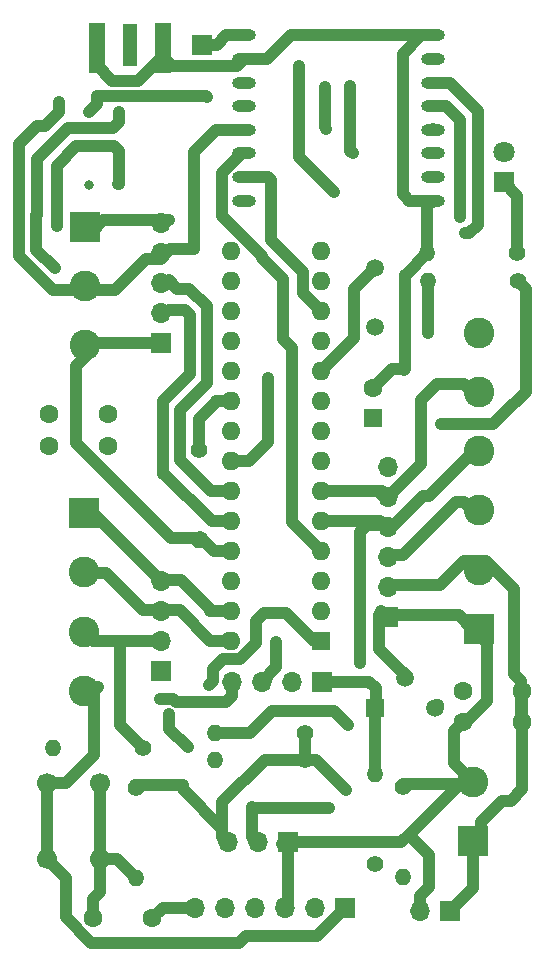
<source format=gbr>
%TF.GenerationSoftware,KiCad,Pcbnew,5.0.2-bee76a0~70~ubuntu18.04.1*%
%TF.CreationDate,2021-01-16T21:04:08-05:00*%
%TF.ProjectId,dippy,64697070-792e-46b6-9963-61645f706362,rev?*%
%TF.SameCoordinates,Original*%
%TF.FileFunction,Copper,L1,Top*%
%TF.FilePolarity,Positive*%
%FSLAX46Y46*%
G04 Gerber Fmt 4.6, Leading zero omitted, Abs format (unit mm)*
G04 Created by KiCad (PCBNEW 5.0.2-bee76a0~70~ubuntu18.04.1) date Sat 16 Jan 2021 09:04:08 PM EST*
%MOMM*%
%LPD*%
G01*
G04 APERTURE LIST*
%TA.AperFunction,ComponentPad*%
%ADD10O,1.700000X1.700000*%
%TD*%
%TA.AperFunction,ComponentPad*%
%ADD11R,1.700000X1.700000*%
%TD*%
%TA.AperFunction,ComponentPad*%
%ADD12C,2.600000*%
%TD*%
%TA.AperFunction,ComponentPad*%
%ADD13R,2.600000X2.600000*%
%TD*%
%TA.AperFunction,ComponentPad*%
%ADD14C,1.500000*%
%TD*%
%TA.AperFunction,ComponentPad*%
%ADD15O,1.400000X1.400000*%
%TD*%
%TA.AperFunction,ComponentPad*%
%ADD16C,1.400000*%
%TD*%
%TA.AperFunction,ComponentPad*%
%ADD17C,1.600000*%
%TD*%
%TA.AperFunction,ComponentPad*%
%ADD18R,1.800000X1.800000*%
%TD*%
%TA.AperFunction,ComponentPad*%
%ADD19C,1.800000*%
%TD*%
%TA.AperFunction,ComponentPad*%
%ADD20R,1.500000X1.500000*%
%TD*%
%TA.AperFunction,SMDPad,CuDef*%
%ADD21O,2.000000X1.000000*%
%TD*%
%TA.AperFunction,ComponentPad*%
%ADD22O,1.600000X1.600000*%
%TD*%
%TA.AperFunction,ComponentPad*%
%ADD23R,1.600000X1.600000*%
%TD*%
%TA.AperFunction,ComponentPad*%
%ADD24C,1.700000*%
%TD*%
%TA.AperFunction,SMDPad,CuDef*%
%ADD25R,1.270000X3.600000*%
%TD*%
%TA.AperFunction,SMDPad,CuDef*%
%ADD26R,1.350000X4.200000*%
%TD*%
%TA.AperFunction,ViaPad*%
%ADD27C,0.800000*%
%TD*%
%TA.AperFunction,Conductor*%
%ADD28C,1.000000*%
%TD*%
G04 APERTURE END LIST*
D10*
%TO.P,J12,2*%
%TO.N,VIN*%
X-96106000Y-73719000D03*
D11*
%TO.P,J12,1*%
%TO.N,GND*%
X-93566000Y-73719000D03*
%TD*%
%TO.P,J11,1*%
%TO.N,GND*%
X-104450000Y-54325000D03*
D10*
%TO.P,J11,2*%
%TO.N,VCC*%
X-106990000Y-54325000D03*
%TO.P,J11,3*%
%TO.N,A5*%
X-109530000Y-54325000D03*
%TO.P,J11,4*%
%TO.N,A4*%
X-112070000Y-54325000D03*
%TD*%
%TO.P,J10,6*%
%TO.N,D5*%
X-98830000Y-36140000D03*
%TO.P,J10,5*%
%TO.N,D4*%
X-98830000Y-38680000D03*
%TO.P,J10,4*%
%TO.N,D3*%
X-98830000Y-41220000D03*
%TO.P,J10,3*%
%TO.N,VCC*%
X-98830000Y-43760000D03*
%TO.P,J10,2*%
%TO.N,GND*%
X-98830000Y-46300000D03*
D11*
%TO.P,J10,1*%
%TO.N,VIN*%
X-98830000Y-48840000D03*
%TD*%
D12*
%TO.P,J3,6*%
%TO.N,D5*%
X-91110000Y-24810000D03*
%TO.P,J3,5*%
%TO.N,D4*%
X-91110000Y-29810000D03*
%TO.P,J3,4*%
%TO.N,D3*%
X-91110000Y-34810000D03*
%TO.P,J3,3*%
%TO.N,VCC*%
X-91110000Y-39810000D03*
%TO.P,J3,2*%
%TO.N,GND*%
X-91110000Y-44810000D03*
D13*
%TO.P,J3,1*%
%TO.N,VIN*%
X-91110000Y-49810000D03*
%TD*%
D14*
%TO.P,Y1,2*%
%TO.N,Net-(U1-Pad10)*%
X-99925000Y-19275000D03*
%TO.P,Y1,1*%
%TO.N,Net-(U1-Pad9)*%
X-99925000Y-24275000D03*
%TD*%
D10*
%TO.P,J7,5*%
%TO.N,GND*%
X-118030000Y-15470000D03*
%TO.P,J7,4*%
%TO.N,VCC*%
X-118030000Y-18010000D03*
%TO.P,J7,3*%
%TO.N,A0*%
X-118030000Y-20550000D03*
%TO.P,J7,2*%
%TO.N,A1*%
X-118030000Y-23090000D03*
D11*
%TO.P,J7,1*%
%TO.N,A2*%
X-118030000Y-25630000D03*
%TD*%
D15*
%TO.P,R9,2*%
%TO.N,D3*%
X-113495000Y-58650000D03*
D16*
%TO.P,R9,1*%
%TO.N,VCC*%
X-105875000Y-58650000D03*
%TD*%
D17*
%TO.P,C3,2*%
%TO.N,GND*%
X-127525000Y-34375000D03*
%TO.P,C3,1*%
%TO.N,Net-(C3-Pad1)*%
X-122525000Y-34375000D03*
%TD*%
D15*
%TO.P,R8,2*%
%TO.N,A5*%
X-113470000Y-60925000D03*
D16*
%TO.P,R8,1*%
%TO.N,VCC*%
X-105850000Y-60925000D03*
%TD*%
D15*
%TO.P,R7,2*%
%TO.N,A4*%
X-127220000Y-59900000D03*
D16*
%TO.P,R7,1*%
%TO.N,VCC*%
X-119600000Y-59900000D03*
%TD*%
%TO.P,R6,1*%
%TO.N,Net-(LED1-Pad1)*%
X-87875000Y-18025000D03*
D15*
%TO.P,R6,2*%
%TO.N,GND*%
X-95495000Y-18025000D03*
%TD*%
%TO.P,R5,2*%
%TO.N,GND*%
X-99930000Y-62130000D03*
D16*
%TO.P,R5,1*%
%TO.N,A3*%
X-99930000Y-69750000D03*
%TD*%
D15*
%TO.P,R4,2*%
%TO.N,A3*%
X-97580000Y-70870000D03*
D16*
%TO.P,R4,1*%
%TO.N,VIN*%
X-97580000Y-63250000D03*
%TD*%
%TO.P,R3,1*%
%TO.N,VCC*%
X-87850000Y-20375000D03*
D15*
%TO.P,R3,2*%
%TO.N,D4*%
X-95470000Y-20375000D03*
%TD*%
%TO.P,R2,2*%
%TO.N,A2*%
X-114850000Y-42270000D03*
D16*
%TO.P,R2,1*%
%TO.N,VCC*%
X-114850000Y-34650000D03*
%TD*%
D15*
%TO.P,R1,2*%
%TO.N,RST*%
X-120200000Y-70945000D03*
D16*
%TO.P,R1,1*%
%TO.N,VCC*%
X-120200000Y-63325000D03*
%TD*%
D17*
%TO.P,C6,2*%
%TO.N,GND*%
X-127500000Y-31675000D03*
%TO.P,C6,1*%
%TO.N,A3*%
X-122500000Y-31675000D03*
%TD*%
%TO.P,C4,2*%
%TO.N,GND*%
X-87450000Y-55110000D03*
%TO.P,C4,1*%
%TO.N,VCC*%
X-92450000Y-55110000D03*
%TD*%
%TO.P,C2,2*%
%TO.N,GND*%
X-87450000Y-57700000D03*
%TO.P,C2,1*%
%TO.N,VIN*%
X-92450000Y-57700000D03*
%TD*%
%TO.P,C1,2*%
%TO.N,Net-(C1-Pad2)*%
X-118825000Y-74350000D03*
%TO.P,C1,1*%
%TO.N,RST*%
X-123825000Y-74350000D03*
%TD*%
D18*
%TO.P,LED1,1*%
%TO.N,Net-(LED1-Pad1)*%
X-89025000Y-12025000D03*
D19*
%TO.P,LED1,2*%
%TO.N,A0*%
X-89025000Y-9485000D03*
%TD*%
D20*
%TO.P,U3,1*%
%TO.N,GND*%
X-99890000Y-56500000D03*
D14*
%TO.P,U3,3*%
%TO.N,VCC*%
X-94810000Y-56500000D03*
%TO.P,U3,2*%
%TO.N,VIN*%
X-97350000Y-53960000D03*
%TD*%
D21*
%TO.P,U2,16*%
%TO.N,N/C*%
X-111026000Y-13575000D03*
%TO.P,U2,15*%
%TO.N,D6*%
X-111026000Y-11575000D03*
%TO.P,U2,14*%
%TO.N,D2*%
X-111026000Y-9575000D03*
%TO.P,U2,13*%
%TO.N,VCC*%
X-111026000Y-7575000D03*
%TO.P,U2,12*%
%TO.N,N/C*%
X-111026000Y-5575000D03*
%TO.P,U2,11*%
X-111026000Y-3575000D03*
%TO.P,U2,10*%
%TO.N,GND*%
X-111026000Y-1575000D03*
%TO.P,U2,9*%
%TO.N,Net-(AT1-Pad1)*%
X-111026000Y425000D03*
%TO.P,U2,8*%
%TO.N,GND*%
X-95026000Y425000D03*
%TO.P,U2,7*%
%TO.N,N/C*%
X-95026000Y-1575000D03*
%TO.P,U2,6*%
%TO.N,D7*%
X-95026000Y-3575000D03*
%TO.P,U2,5*%
%TO.N,D8*%
X-95026000Y-5575000D03*
%TO.P,U2,4*%
%TO.N,SCK*%
X-95026000Y-7575000D03*
%TO.P,U2,3*%
%TO.N,MOSI*%
X-95026000Y-9575000D03*
%TO.P,U2,2*%
%TO.N,MISO*%
X-95026000Y-11575000D03*
%TO.P,U2,1*%
%TO.N,GND*%
X-95026000Y-13575000D03*
%TD*%
D22*
%TO.P,U1,28*%
%TO.N,A5*%
X-112120000Y-50875000D03*
%TO.P,U1,14*%
%TO.N,D8*%
X-104500000Y-17855000D03*
%TO.P,U1,27*%
%TO.N,A4*%
X-112120000Y-48335000D03*
%TO.P,U1,13*%
%TO.N,D7*%
X-104500000Y-20395000D03*
%TO.P,U1,26*%
%TO.N,A3*%
X-112120000Y-45795000D03*
%TO.P,U1,12*%
%TO.N,D6*%
X-104500000Y-22935000D03*
%TO.P,U1,25*%
%TO.N,A2*%
X-112120000Y-43255000D03*
%TO.P,U1,11*%
%TO.N,D5*%
X-104500000Y-25475000D03*
%TO.P,U1,24*%
%TO.N,A1*%
X-112120000Y-40715000D03*
%TO.P,U1,10*%
%TO.N,Net-(U1-Pad10)*%
X-104500000Y-28015000D03*
%TO.P,U1,23*%
%TO.N,A0*%
X-112120000Y-38175000D03*
%TO.P,U1,9*%
%TO.N,Net-(U1-Pad9)*%
X-104500000Y-30555000D03*
%TO.P,U1,22*%
%TO.N,GND*%
X-112120000Y-35635000D03*
%TO.P,U1,8*%
X-104500000Y-33095000D03*
%TO.P,U1,21*%
%TO.N,Net-(C3-Pad1)*%
X-112120000Y-33095000D03*
%TO.P,U1,7*%
%TO.N,VCC*%
X-104500000Y-35635000D03*
%TO.P,U1,20*%
X-112120000Y-30555000D03*
%TO.P,U1,6*%
%TO.N,D4*%
X-104500000Y-38175000D03*
%TO.P,U1,19*%
%TO.N,SCK*%
X-112120000Y-28015000D03*
%TO.P,U1,5*%
%TO.N,D3*%
X-104500000Y-40715000D03*
%TO.P,U1,18*%
%TO.N,MISO*%
X-112120000Y-25475000D03*
%TO.P,U1,4*%
%TO.N,D2*%
X-104500000Y-43255000D03*
%TO.P,U1,17*%
%TO.N,MOSI*%
X-112120000Y-22935000D03*
%TO.P,U1,3*%
%TO.N,TX0*%
X-104500000Y-45795000D03*
%TO.P,U1,16*%
%TO.N,N/C*%
X-112120000Y-20395000D03*
%TO.P,U1,2*%
%TO.N,RX0*%
X-104500000Y-48335000D03*
%TO.P,U1,15*%
%TO.N,N/C*%
X-112120000Y-17855000D03*
D23*
%TO.P,U1,1*%
%TO.N,RST*%
X-104500000Y-50875000D03*
%TD*%
D24*
%TO.P,SW1,1*%
%TO.N,RST*%
X-123220000Y-62851000D03*
%TO.P,SW1,2*%
X-123220000Y-69351000D03*
%TO.P,SW1,3*%
%TO.N,GND*%
X-127720000Y-62851000D03*
%TO.P,SW1,4*%
X-127720000Y-69351000D03*
%TD*%
D11*
%TO.P,J9,1*%
%TO.N,VIN*%
X-107286000Y-67897000D03*
D10*
%TO.P,J9,2*%
%TO.N,GND*%
X-109826000Y-67897000D03*
%TO.P,J9,3*%
%TO.N,VCC*%
X-112366000Y-67897000D03*
%TD*%
D12*
%TO.P,J8,4*%
%TO.N,GND*%
X-124600000Y-55060000D03*
%TO.P,J8,3*%
%TO.N,VCC*%
X-124600000Y-50060000D03*
%TO.P,J8,2*%
%TO.N,A5*%
X-124600000Y-45060000D03*
D13*
%TO.P,J8,1*%
%TO.N,A4*%
X-124600000Y-40060000D03*
%TD*%
D10*
%TO.P,J6,4*%
%TO.N,A4*%
X-118020000Y-45750000D03*
%TO.P,J6,3*%
%TO.N,A5*%
X-118020000Y-48290000D03*
%TO.P,J6,2*%
%TO.N,VCC*%
X-118020000Y-50830000D03*
D11*
%TO.P,J6,1*%
%TO.N,GND*%
X-118020000Y-53370000D03*
%TD*%
D25*
%TO.P,J4,1*%
%TO.N,Net-(AT1-Pad1)*%
X-120680000Y-421000D03*
D26*
%TO.P,J4,2*%
%TO.N,GND*%
X-123505000Y-621000D03*
X-117855000Y-621000D03*
%TD*%
D12*
%TO.P,J2,3*%
%TO.N,A2*%
X-124470000Y-25820000D03*
%TO.P,J2,2*%
%TO.N,VCC*%
X-124470000Y-20820000D03*
D13*
%TO.P,J2,1*%
%TO.N,GND*%
X-124470000Y-15820000D03*
%TD*%
%TO.P,J1,1*%
%TO.N,GND*%
X-91660000Y-67800000D03*
D12*
%TO.P,J1,2*%
%TO.N,VIN*%
X-91660000Y-62800000D03*
%TD*%
D11*
%TO.P,FTDI1,1*%
%TO.N,GND*%
X-102425000Y-73425000D03*
D10*
%TO.P,FTDI1,2*%
%TO.N,N/C*%
X-104965000Y-73425000D03*
%TO.P,FTDI1,3*%
%TO.N,VIN*%
X-107505000Y-73425000D03*
%TO.P,FTDI1,4*%
%TO.N,RX0*%
X-110045000Y-73425000D03*
%TO.P,FTDI1,5*%
%TO.N,TX0*%
X-112585000Y-73425000D03*
%TO.P,FTDI1,6*%
%TO.N,Net-(C1-Pad2)*%
X-115125000Y-73425000D03*
%TD*%
D23*
%TO.P,C5,1*%
%TO.N,VCC*%
X-100125000Y-31975000D03*
D17*
%TO.P,C5,2*%
%TO.N,GND*%
X-100125000Y-29475000D03*
%TD*%
D11*
%TO.P,AT1,1*%
%TO.N,Net-(AT1-Pad1)*%
X-114584000Y-367000D03*
%TD*%
D27*
%TO.N,Net-(AT1-Pad1)*%
X-120680000Y-367000D03*
%TO.N,RST*%
X-121650000Y-12150000D03*
X-126875000Y-15700000D03*
X-113960000Y-54560000D03*
%TO.N,GND*%
X-117855000Y-621000D03*
X-123505000Y-621000D03*
X-108996000Y-28561000D03*
X-121635000Y-6105000D03*
X-127030000Y-19315000D03*
X-103825000Y-65025000D03*
X-97350000Y-19850000D03*
%TO.N,VCC*%
X-126700000Y-5225000D03*
X-102375000Y-63500000D03*
X-94325000Y-32450000D03*
%TO.N,TX0*%
X-115800000Y-59850000D03*
X-117380000Y-57070000D03*
%TO.N,D4*%
X-95450000Y-24775000D03*
%TO.N,D3*%
X-102200000Y-58000000D03*
X-101175000Y-52700000D03*
%TO.N,MOSI*%
X-95026000Y-9575000D03*
X-124175000Y-6105000D03*
X-114125000Y-4775000D03*
X-102025000Y-3875000D03*
X-101820000Y-9575000D03*
%TO.N,SCK*%
X-95026000Y-7479000D03*
X-124175000Y-12225000D03*
X-104175000Y-3925000D03*
X-104054000Y-7479000D03*
%TO.N,MISO*%
X-95026000Y-11575000D03*
X-106350000Y-2175000D03*
X-103408000Y-12813000D03*
%TO.N,A4*%
X-118140000Y-55730000D03*
%TO.N,A5*%
X-108300000Y-50925000D03*
%TO.N,D8*%
X-92750000Y-14940000D03*
%TO.N,D7*%
X-92330000Y-16340000D03*
%TD*%
D28*
%TO.N,Net-(AT1-Pad1)*%
X-114584000Y-367000D02*
X-113314000Y-367000D01*
X-112522000Y425000D02*
X-111026000Y425000D01*
X-113314000Y-367000D02*
X-112522000Y425000D01*
X-120680000Y-421000D02*
X-120680000Y-367000D01*
%TO.N,Net-(C1-Pad2)*%
X-115285000Y-73265000D02*
X-115125000Y-73425000D01*
X-117900000Y-73425000D02*
X-118825000Y-74350000D01*
X-115125000Y-73425000D02*
X-117900000Y-73425000D01*
%TO.N,RST*%
X-104500000Y-50875000D02*
X-104500000Y-50989000D01*
X-123220000Y-69351000D02*
X-123220000Y-62851000D01*
X-122966000Y-69605000D02*
X-123220000Y-69351000D01*
X-123220000Y-69351000D02*
X-123220000Y-72120000D01*
X-121794000Y-69351000D02*
X-120200000Y-70945000D01*
X-123220000Y-69351000D02*
X-121794000Y-69351000D01*
X-123825000Y-72725000D02*
X-123220000Y-72120000D01*
X-123825000Y-74350000D02*
X-123825000Y-72725000D01*
X-111375001Y-52375001D02*
X-112775001Y-52375001D01*
X-112775001Y-52375001D02*
X-113620001Y-53220001D01*
X-111375001Y-52375001D02*
X-110000000Y-51000000D01*
X-110000000Y-51000000D02*
X-110000000Y-49175000D01*
X-110000000Y-49175000D02*
X-109300000Y-48475000D01*
X-109300000Y-48475000D02*
X-107500000Y-48475000D01*
X-105100000Y-50875000D02*
X-104500000Y-50875000D01*
X-107500000Y-48475000D02*
X-105100000Y-50875000D01*
X-113620001Y-53220001D02*
X-113620001Y-54220001D01*
X-113620001Y-54220001D02*
X-113960000Y-54560000D01*
X-121635000Y-12135000D02*
X-121650000Y-12150000D01*
X-122025000Y-8975000D02*
X-121635000Y-9365000D01*
X-125225000Y-8975000D02*
X-122025000Y-8975000D01*
X-126875000Y-15700000D02*
X-126875000Y-10625000D01*
X-121635000Y-9365000D02*
X-121635000Y-12135000D01*
X-126875000Y-10625000D02*
X-125225000Y-8975000D01*
%TO.N,GND*%
X-112120000Y-35635000D02*
X-111574000Y-35635000D01*
X-117855000Y-621000D02*
X-117855000Y-621000D01*
X-117855000Y-1414000D02*
X-117124000Y-2145000D01*
X-123505000Y-621000D02*
X-123505000Y-621000D01*
X-123505000Y-621000D02*
X-123505000Y-2114000D01*
X-123505000Y-2114000D02*
X-122204000Y-3415000D01*
X-122204000Y-3415000D02*
X-119978998Y-3415000D01*
X-117855000Y-1291002D02*
X-117855000Y-621000D01*
X-119978998Y-3415000D02*
X-117855000Y-1291002D01*
X-97026000Y-13575000D02*
X-97413000Y-13188000D01*
X-95026000Y-13575000D02*
X-97026000Y-13575000D01*
X-96012000Y425000D02*
X-95026000Y425000D01*
X-97566000Y-1129000D02*
X-96012000Y425000D01*
X-127720000Y-69351000D02*
X-127720000Y-62851000D01*
X-117855000Y-621000D02*
X-117855000Y-1414000D01*
X-123505000Y-621000D02*
X-123505000Y-1098000D01*
X-97566000Y-13035000D02*
X-97566000Y-1966000D01*
X-97566000Y-1966000D02*
X-97566000Y-1129000D01*
X-94410000Y-46135000D02*
X-92400000Y-44125000D01*
X-128554000Y-10019000D02*
X-128554000Y-14756930D01*
X-124215009Y-16500009D02*
X-123825000Y-16110000D01*
X-128554000Y-14756930D02*
X-128600009Y-14802939D01*
X-128600009Y-14802939D02*
X-128600009Y-16374991D01*
X-121635000Y-6885000D02*
X-121635000Y-6105000D01*
X-122150000Y-7400000D02*
X-121635000Y-6885000D01*
X-125935000Y-7400000D02*
X-122150000Y-7400000D01*
X-112120000Y-35635000D02*
X-110635000Y-35635000D01*
X-108996000Y-33996000D02*
X-108996000Y-28561000D01*
X-110635000Y-35635000D02*
X-108996000Y-33996000D01*
X-128554000Y-10019000D02*
X-125935000Y-7400000D01*
X-122955000Y-15240000D02*
X-123825000Y-16110000D01*
X-117350000Y-15240000D02*
X-122955000Y-15240000D01*
X-128600009Y-16374991D02*
X-128600009Y-17744991D01*
X-128600009Y-17744991D02*
X-127030000Y-19315000D01*
X-110301000Y-64876000D02*
X-110301000Y-67422000D01*
X-104805000Y-75805000D02*
X-102425000Y-73425000D01*
X-126125000Y-70946000D02*
X-126125000Y-74270002D01*
X-127720000Y-69351000D02*
X-126125000Y-70946000D01*
X-126125000Y-74270002D02*
X-123970002Y-76425000D01*
X-111450000Y-76425000D02*
X-110830000Y-75805000D01*
X-123970002Y-76425000D02*
X-111450000Y-76425000D01*
X-110830000Y-75805000D02*
X-104805000Y-75805000D01*
X-110152000Y-65025000D02*
X-110301000Y-64876000D01*
X-103825000Y-65025000D02*
X-110152000Y-65025000D01*
X-88175000Y-53680000D02*
X-87569000Y-54286000D01*
X-88175000Y-46500000D02*
X-88175000Y-53680000D01*
X-90550000Y-44125000D02*
X-88175000Y-46500000D01*
X-109826000Y-67897000D02*
X-110301000Y-67422000D01*
X-97413000Y-13188000D02*
X-97566000Y-13035000D01*
X-97350000Y-27800000D02*
X-97450000Y-27900000D01*
X-97350000Y-19850000D02*
X-97350000Y-26900000D01*
X-97350000Y-26900000D02*
X-97350000Y-27800000D01*
X-91600000Y-44250000D02*
X-91475000Y-44125000D01*
X-91600000Y-44850000D02*
X-91600000Y-44250000D01*
X-92400000Y-44125000D02*
X-91475000Y-44125000D01*
X-91475000Y-44125000D02*
X-90550000Y-44125000D01*
X-97320000Y-19850000D02*
X-95495000Y-18025000D01*
X-97350000Y-19850000D02*
X-97320000Y-19850000D01*
X-111596000Y-2145000D02*
X-111026000Y-1575000D01*
X-117124000Y-2145000D02*
X-111596000Y-2145000D01*
X-111026000Y-1575000D02*
X-109050000Y-1575000D01*
X-107050000Y425000D02*
X-95026000Y425000D01*
X-109050000Y-1575000D02*
X-107050000Y425000D01*
X-127720000Y-62851000D02*
X-126101000Y-62851000D01*
X-123750000Y-60500000D02*
X-123750000Y-55125000D01*
X-126101000Y-62851000D02*
X-123750000Y-60500000D01*
X-88422000Y-64375000D02*
X-89175000Y-64375000D01*
X-95495000Y-14044000D02*
X-95026000Y-13575000D01*
X-95495000Y-18025000D02*
X-95495000Y-14044000D01*
X-98450000Y-27800000D02*
X-100125000Y-29475000D01*
X-97350000Y-27800000D02*
X-98450000Y-27800000D01*
X-124600000Y-55060000D02*
X-123685000Y-55060000D01*
X-123685000Y-55060000D02*
X-123352500Y-54727500D01*
X-123352500Y-54727500D02*
X-123750000Y-55125000D01*
X-118040000Y-53350000D02*
X-118020000Y-53370000D01*
X-87459000Y-63412000D02*
X-88422000Y-64375000D01*
X-87459000Y-57984000D02*
X-87459000Y-63412000D01*
X-87450000Y-55110000D02*
X-87518000Y-55110000D01*
X-87518000Y-55110000D02*
X-87569000Y-55059000D01*
X-87569000Y-57334000D02*
X-87569000Y-55059000D01*
X-87569000Y-55059000D02*
X-87569000Y-54286000D01*
X-87450000Y-57700000D02*
X-87450000Y-55110000D01*
X-123535000Y-15820000D02*
X-122955000Y-15240000D01*
X-124470000Y-15820000D02*
X-123535000Y-15820000D01*
X-98665000Y-46135000D02*
X-98830000Y-46300000D01*
X-94410000Y-46135000D02*
X-98665000Y-46135000D01*
X-89175000Y-64375000D02*
X-90950000Y-66150000D01*
X-90950000Y-67090000D02*
X-91660000Y-67800000D01*
X-90950000Y-66150000D02*
X-90950000Y-67090000D01*
X-91660000Y-71813000D02*
X-93566000Y-73719000D01*
X-91660000Y-67800000D02*
X-91660000Y-71813000D01*
X-104450000Y-54325000D02*
X-100425000Y-54325000D01*
X-100425000Y-54325000D02*
X-99875000Y-54875000D01*
X-99875000Y-56485000D02*
X-99890000Y-56500000D01*
X-99875000Y-54875000D02*
X-99875000Y-56485000D01*
X-99890000Y-62090000D02*
X-99930000Y-62130000D01*
X-99890000Y-56500000D02*
X-99890000Y-62090000D01*
%TO.N,VIN*%
X-107686000Y-73244000D02*
X-107505000Y-73425000D01*
X-107761000Y-73169000D02*
X-107505000Y-73425000D01*
X-99125000Y-48675000D02*
X-99450000Y-48350000D01*
X-98425000Y-48675000D02*
X-99125000Y-48675000D01*
X-99325000Y-48675000D02*
X-98425000Y-48675000D01*
X-107647000Y-67897000D02*
X-107761000Y-68011000D01*
X-107286000Y-67897000D02*
X-107647000Y-67897000D01*
X-90975000Y-49825000D02*
X-91650000Y-49150000D01*
X-99575000Y-48700000D02*
X-99575000Y-51520000D01*
X-107505000Y-73425000D02*
X-107286000Y-73206000D01*
X-107286000Y-67897000D02*
X-107286000Y-71086000D01*
X-107286000Y-71086000D02*
X-107286000Y-73206000D01*
X-90425000Y-55950000D02*
X-92459000Y-57984000D01*
X-90425000Y-51025000D02*
X-90425000Y-55950000D01*
X-91600000Y-49850000D02*
X-90425000Y-51025000D01*
X-98425000Y-48675000D02*
X-92850000Y-48675000D01*
X-91675000Y-49850000D02*
X-91600000Y-49850000D01*
X-92850000Y-48675000D02*
X-91675000Y-49850000D01*
X-92459000Y-62621000D02*
X-92190000Y-62890000D01*
X-92450000Y-57975000D02*
X-92459000Y-57984000D01*
X-92450000Y-57700000D02*
X-92450000Y-57975000D01*
X-97350000Y-53745000D02*
X-97957500Y-53137500D01*
X-97350000Y-53960000D02*
X-97350000Y-53745000D01*
X-99575000Y-51520000D02*
X-97957500Y-53137500D01*
X-97957500Y-53137500D02*
X-97335000Y-53760000D01*
X-92728000Y-61732000D02*
X-91660000Y-62800000D01*
X-91842000Y-62982000D02*
X-91660000Y-62800000D01*
X-97547000Y-62982000D02*
X-91842000Y-62982000D01*
X-91660000Y-62800000D02*
X-93240000Y-61220000D01*
X-93240000Y-58490000D02*
X-92450000Y-57700000D01*
X-93240000Y-61220000D02*
X-93240000Y-58490000D01*
X-92600000Y-62800000D02*
X-91660000Y-62800000D01*
X-107286000Y-67897000D02*
X-97697000Y-67897000D01*
X-96106000Y-73719000D02*
X-96106000Y-72456000D01*
X-96106000Y-72456000D02*
X-95360000Y-71710000D01*
X-95360000Y-68980000D02*
X-97070000Y-67270000D01*
X-95360000Y-71710000D02*
X-95360000Y-68980000D01*
X-97697000Y-67897000D02*
X-97070000Y-67270000D01*
X-97070000Y-67270000D02*
X-92600000Y-62800000D01*
%TO.N,Net-(C3-Pad1)*%
X-112120000Y-33095000D02*
X-112158000Y-33133000D01*
%TO.N,VCC*%
X-120247000Y-63022000D02*
X-116216000Y-63022000D01*
X-127215000Y-21110000D02*
X-123825000Y-21110000D01*
X-130078000Y-8749000D02*
X-130078000Y-18247000D01*
X-130078000Y-18247000D02*
X-127215000Y-21110000D01*
X-128574000Y-7245000D02*
X-130078000Y-8749000D01*
X-93100000Y-39125000D02*
X-92400000Y-39125000D01*
X-97570000Y-43595000D02*
X-93100000Y-39125000D01*
X-128574000Y-7245000D02*
X-127855000Y-7245000D01*
X-127855000Y-7245000D02*
X-126715000Y-6105000D01*
X-123825000Y-21110000D02*
X-121935000Y-21110000D01*
X-121935000Y-21110000D02*
X-119305000Y-18480000D01*
X-113375000Y-7575000D02*
X-111026000Y-7575000D01*
X-115275000Y-9475000D02*
X-113375000Y-7575000D01*
X-115275000Y-17675000D02*
X-115275000Y-9475000D01*
X-113430000Y-30555000D02*
X-112120000Y-30555000D01*
X-114850000Y-34650000D02*
X-114850000Y-32075000D01*
X-113430000Y-30655000D02*
X-113430000Y-30555000D01*
X-114850000Y-32075000D02*
X-113430000Y-30655000D01*
X-116216000Y-63422000D02*
X-116216000Y-63022000D01*
X-112841000Y-66797000D02*
X-116216000Y-63422000D01*
X-112841000Y-66797000D02*
X-112841000Y-64491000D01*
X-118050000Y-18480000D02*
X-117350000Y-17780000D01*
X-119305000Y-18480000D02*
X-118050000Y-18480000D01*
X-115275000Y-17675000D02*
X-117245000Y-17675000D01*
X-126715000Y-5240000D02*
X-126700000Y-5225000D01*
X-126715000Y-6105000D02*
X-126715000Y-5240000D01*
X-112841000Y-67422000D02*
X-112366000Y-67897000D01*
X-112841000Y-66797000D02*
X-112841000Y-67422000D01*
X-109275000Y-60925000D02*
X-112841000Y-64491000D01*
X-105850000Y-60925000D02*
X-109275000Y-60925000D01*
X-105875000Y-60900000D02*
X-105850000Y-60925000D01*
X-105875000Y-58650000D02*
X-105875000Y-60900000D01*
X-105850000Y-60925000D02*
X-104950000Y-60925000D01*
X-104950000Y-60925000D02*
X-102375000Y-63500000D01*
X-94795000Y-56300000D02*
X-94583000Y-56300000D01*
X-120850000Y-58650000D02*
X-119600000Y-59900000D01*
X-91675000Y-39850000D02*
X-92400000Y-39125000D01*
X-91600000Y-39850000D02*
X-91675000Y-39850000D01*
X-87150001Y-29750001D02*
X-89050000Y-31650000D01*
X-87150001Y-21074999D02*
X-87150001Y-29750001D01*
X-87850000Y-20375000D02*
X-87150001Y-21074999D01*
X-89050000Y-31650000D02*
X-89100000Y-31650000D01*
X-89900000Y-32450000D02*
X-94325000Y-32450000D01*
X-89100000Y-31650000D02*
X-89900000Y-32450000D01*
X-123830000Y-50830000D02*
X-124600000Y-50060000D01*
X-121490000Y-58010000D02*
X-120850000Y-58650000D01*
X-121490000Y-50830000D02*
X-121490000Y-58010000D01*
X-121490000Y-50830000D02*
X-123830000Y-50830000D01*
X-118020000Y-50830000D02*
X-121490000Y-50830000D01*
X-98665000Y-43595000D02*
X-98830000Y-43760000D01*
X-97570000Y-43595000D02*
X-98665000Y-43595000D01*
%TO.N,TX0*%
X-117380000Y-58270000D02*
X-115800000Y-59850000D01*
X-117380000Y-57070000D02*
X-117380000Y-58270000D01*
%TO.N,A0*%
X-113800000Y-38175000D02*
X-116450000Y-35525000D01*
X-116450000Y-35525000D02*
X-116450000Y-31325000D01*
X-114175000Y-22500000D02*
X-115655000Y-21020000D01*
X-114175000Y-29050000D02*
X-114175000Y-22500000D01*
X-112120000Y-38175000D02*
X-113800000Y-38175000D01*
X-116450000Y-31325000D02*
X-114175000Y-29050000D01*
X-116650000Y-21020000D02*
X-117350000Y-20320000D01*
X-115655000Y-21020000D02*
X-116650000Y-21020000D01*
%TO.N,D4*%
X-99665000Y-38175000D02*
X-99325000Y-38515000D01*
X-104500000Y-38175000D02*
X-99665000Y-38175000D01*
X-94700000Y-29125000D02*
X-92400000Y-29125000D01*
X-91675000Y-29850000D02*
X-92400000Y-29125000D01*
X-91600000Y-29850000D02*
X-91675000Y-29850000D01*
X-95470000Y-20375000D02*
X-95470000Y-24755000D01*
X-95470000Y-24755000D02*
X-95450000Y-24775000D01*
X-99335000Y-38175000D02*
X-98830000Y-38680000D01*
X-99665000Y-38175000D02*
X-99335000Y-38175000D01*
X-96002500Y-35852500D02*
X-96002500Y-30427500D01*
X-98830000Y-38680000D02*
X-96002500Y-35852500D01*
X-96002500Y-30427500D02*
X-94700000Y-29125000D01*
%TO.N,D3*%
X-99665000Y-40715000D02*
X-99325000Y-41055000D01*
X-99575000Y-41080000D02*
X-100630000Y-41080000D01*
X-100630000Y-41080000D02*
X-101175000Y-41625000D01*
X-101175000Y-41625000D02*
X-101175000Y-52700000D01*
X-103425000Y-56775000D02*
X-102200000Y-58000000D01*
X-113495000Y-58650000D02*
X-110525000Y-58650000D01*
X-108650000Y-56775000D02*
X-103425000Y-56775000D01*
X-110525000Y-58650000D02*
X-108650000Y-56775000D01*
X-91600000Y-34850000D02*
X-91800000Y-34850000D01*
X-95325000Y-38575000D02*
X-91600000Y-34850000D01*
X-98330000Y-41055000D02*
X-95850000Y-38575000D01*
X-95850000Y-38575000D02*
X-95325000Y-38575000D01*
X-99125000Y-41055000D02*
X-98330000Y-41055000D01*
X-104500000Y-40715000D02*
X-99465000Y-40715000D01*
X-99465000Y-40715000D02*
X-99125000Y-41055000D01*
%TO.N,MOSI*%
X-123474000Y-4685000D02*
X-123474000Y-5404000D01*
X-123474000Y-5404000D02*
X-124175000Y-6105000D01*
X-123474000Y-4685000D02*
X-114215000Y-4685000D01*
X-114215000Y-4685000D02*
X-114125000Y-4775000D01*
X-102025000Y-3875000D02*
X-102025000Y-9370000D01*
X-102025000Y-9370000D02*
X-101820000Y-9575000D01*
%TO.N,SCK*%
X-95026000Y-7575000D02*
X-95026000Y-7479000D01*
X-104175000Y-3925000D02*
X-104175000Y-7358000D01*
X-104175000Y-7358000D02*
X-104054000Y-7479000D01*
%TO.N,MISO*%
X-106350000Y-2175000D02*
X-106350000Y-9871000D01*
X-106350000Y-9871000D02*
X-103408000Y-12813000D01*
%TO.N,A4*%
X-112120000Y-48335000D02*
X-112773000Y-48335000D01*
X-112120000Y-48335000D02*
X-113915000Y-48335000D01*
X-116345000Y-45730000D02*
X-117350000Y-45730000D01*
X-113915000Y-48160000D02*
X-116345000Y-45730000D01*
X-118145000Y-45730000D02*
X-123750000Y-40125000D01*
X-117350000Y-45730000D02*
X-118145000Y-45730000D01*
X-113915000Y-48335000D02*
X-113915000Y-48160000D01*
X-117022930Y-55730000D02*
X-116762930Y-55990000D01*
X-118140000Y-55730000D02*
X-117022930Y-55730000D01*
X-112532919Y-55990000D02*
X-112070000Y-55527081D01*
X-112070000Y-55527081D02*
X-112070000Y-54325000D01*
X-116762930Y-55990000D02*
X-112532919Y-55990000D01*
%TO.N,A5*%
X-112407000Y-50588000D02*
X-112120000Y-50875000D01*
X-113875000Y-50875000D02*
X-112120000Y-50875000D01*
X-117350000Y-48270000D02*
X-119580000Y-48270000D01*
X-122725000Y-45125000D02*
X-123750000Y-45125000D01*
X-119580000Y-48270000D02*
X-122725000Y-45125000D01*
X-117350000Y-48270000D02*
X-116455000Y-48270000D01*
X-113875000Y-50850000D02*
X-113875000Y-50875000D01*
X-116455000Y-48270000D02*
X-113875000Y-50850000D01*
X-109750000Y-54105000D02*
X-109530000Y-54325000D01*
X-108300000Y-53095000D02*
X-108300000Y-50925000D01*
X-109530000Y-54325000D02*
X-108300000Y-53095000D01*
%TO.N,A1*%
X-113340000Y-40715000D02*
X-113610000Y-40715000D01*
X-112120000Y-40715000D02*
X-113340000Y-40715000D01*
X-116015000Y-22860000D02*
X-117350000Y-22860000D01*
X-113757998Y-40715000D02*
X-117772998Y-36700000D01*
X-113340000Y-40715000D02*
X-113757998Y-40715000D01*
X-117772998Y-36700000D02*
X-117875000Y-36700000D01*
X-117875000Y-36700000D02*
X-117875000Y-30550000D01*
X-115600000Y-23275000D02*
X-116015000Y-22860000D01*
X-117875000Y-30550000D02*
X-115600000Y-28275000D01*
X-115600000Y-28275000D02*
X-115600000Y-23275000D01*
%TO.N,A2*%
X-125252000Y-27537000D02*
X-123825000Y-26110000D01*
X-113565000Y-43255000D02*
X-114750000Y-42070000D01*
X-112120000Y-43255000D02*
X-113565000Y-43255000D01*
X-125252000Y-27537000D02*
X-125252000Y-34077000D01*
X-117184000Y-42145000D02*
X-114575000Y-42145000D01*
X-125252000Y-34077000D02*
X-117184000Y-42145000D01*
X-124280000Y-25630000D02*
X-124470000Y-25820000D01*
X-118030000Y-25630000D02*
X-124280000Y-25630000D01*
%TO.N,D8*%
X-95026000Y-5575000D02*
X-93882000Y-5575000D01*
X-93882000Y-5575000D02*
X-92740000Y-6717000D01*
X-92740000Y-6717000D02*
X-92740000Y-14845000D01*
X-92740000Y-14845000D02*
X-92740000Y-14930000D01*
X-92740000Y-14930000D02*
X-92750000Y-14940000D01*
%TO.N,D7*%
X-93596000Y-3575000D02*
X-95026000Y-3575000D01*
X-91216000Y-5955000D02*
X-93596000Y-3575000D01*
X-91216000Y-15607000D02*
X-91216000Y-5955000D01*
X-92330000Y-16340000D02*
X-91949000Y-16340000D01*
X-91949000Y-16340000D02*
X-91216000Y-15607000D01*
%TO.N,D6*%
X-109026000Y-11575000D02*
X-108742000Y-11859000D01*
X-111026000Y-11575000D02*
X-109026000Y-11575000D01*
X-108742000Y-11859000D02*
X-108742000Y-16877000D01*
X-106000001Y-21434999D02*
X-104500000Y-22935000D01*
X-106000001Y-19618999D02*
X-106000001Y-21434999D01*
X-108742000Y-16877000D02*
X-106000001Y-19618999D01*
%TO.N,Net-(U1-Pad10)*%
X-104500000Y-28015000D02*
X-101700000Y-25215000D01*
X-101700000Y-21050000D02*
X-99925000Y-19275000D01*
X-101700000Y-25215000D02*
X-101700000Y-21050000D01*
%TO.N,Net-(U1-Pad9)*%
X-104500000Y-30555000D02*
X-104386000Y-30555000D01*
%TO.N,D2*%
X-106964000Y-40791000D02*
X-104500000Y-43255000D01*
X-106964000Y-26021000D02*
X-106964000Y-40791000D01*
X-111223070Y-9575000D02*
X-112909998Y-11261928D01*
X-112909998Y-11261928D02*
X-112909998Y-14845000D01*
X-107726000Y-20179000D02*
X-107726000Y-25259000D01*
X-111026000Y-9575000D02*
X-111223070Y-9575000D01*
X-112909998Y-14845000D02*
X-109504000Y-18250998D01*
X-109504000Y-18250998D02*
X-109504000Y-18401000D01*
X-107726000Y-25259000D02*
X-106964000Y-26021000D01*
X-109504000Y-18401000D02*
X-107726000Y-20179000D01*
%TO.N,Net-(LED1-Pad1)*%
X-87875000Y-13175000D02*
X-89025000Y-12025000D01*
X-87875000Y-18025000D02*
X-87875000Y-13175000D01*
%TD*%
M02*

</source>
